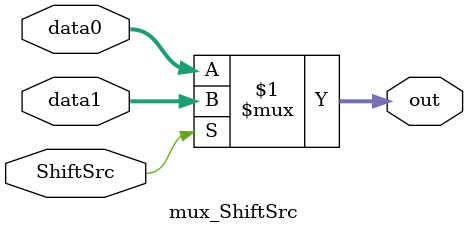
<source format=v>
module mux_ShiftSrc (
    input wire ShiftSrc,
	input wire [31:0] data0,
	input wire [31:0] data1,
	output wire [31:0] out
);

	assign out = (ShiftSrc) ? data1 : data0;

endmodule 
</source>
